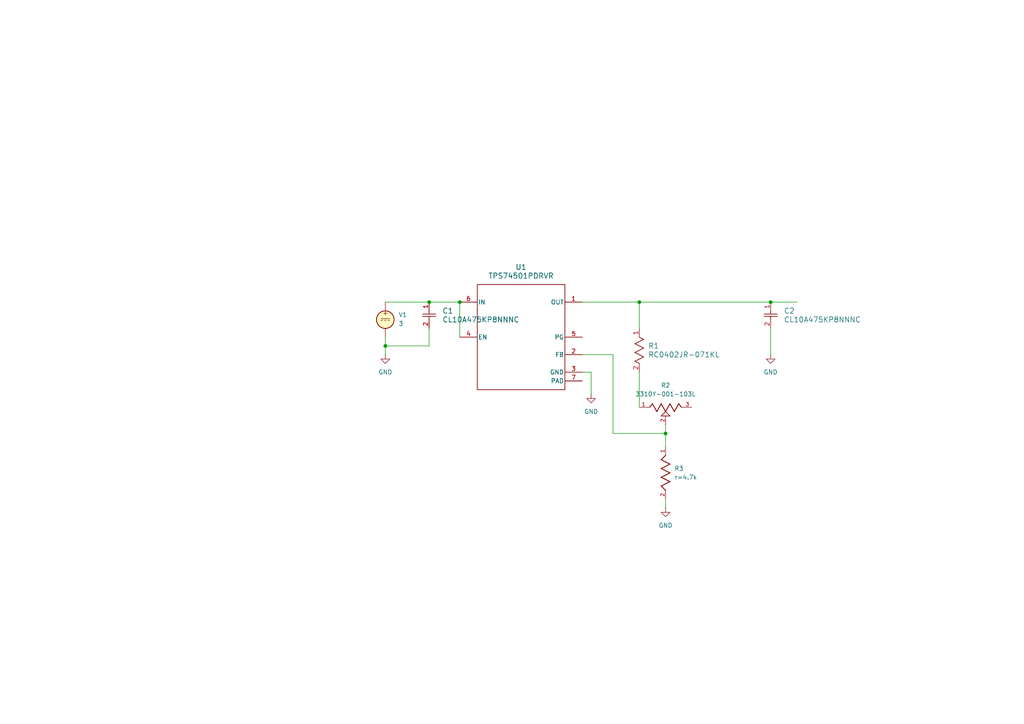
<source format=kicad_sch>
(kicad_sch (version 20231120) (generator "eeschema") (generator_version "8.0")
  (paper "A4")
  (lib_symbols
    (symbol "Cap4.7uF:CL10A475KP8NNNC" (pin_names (offset 0.254))
      (property "Reference" "C" (at 3.81 3.81 0))
      (property "Value" "CL10A475KP8NNNC" (at 3.81 -3.81 0))
      (symbol "CL10A475KP8NNNC_1_1"
        (polyline (pts (xy 2.54 0) (xy 3.4798 0)) (stroke (width 0.2032)))
        (polyline (pts (xy 3.4798 -1.905) (xy 3.4798 1.905)) (stroke (width 0.2032)))
        (polyline (pts (xy 4.1148 -1.905) (xy 4.1148 1.905)) (stroke (width 0.2032)))
        (polyline (pts (xy 4.1148 0) (xy 5.08 0)) (stroke (width 0.2032)))
        (pin unspecified line (at 0 0 0) (length 2.54) (name "") (number "1"))
        (pin unspecified line (at 7.62 0 180) (length 2.54) (name "") (number "2"))
      )
      (symbol "CL10A475KP8NNNC_1_2"
        (polyline (pts (xy -1.905 -4.1148) (xy 1.905 -4.1148)) (stroke (width 0.2032)))
        (polyline (pts (xy -1.905 -3.4798) (xy 1.905 -3.4798)) (stroke (width 0.2032)))
        (polyline (pts (xy 0 -4.1148) (xy 0 -5.08)) (stroke (width 0.2032)))
        (polyline (pts (xy 0 -2.54) (xy 0 -3.4798)) (stroke (width 0.2032)))
        (pin unspecified line (at 0 0 270) (length 2.54) (name "") (number "1"))
        (pin unspecified line (at 0 -7.62 90) (length 2.54) (name "") (number "2"))
      )
    )
    (symbol "LDO:TPS74501PDRVR" (pin_names (offset 0.254))
      (property "Reference" "U" (at 0 2.54 0))
      (property "Value" "TPS74501PDRVR" (at 0 0 0))
      (symbol "TPS74501PDRVR_0_1"
        (polyline (pts (xy -12.7 -15.24) (xy 12.7 -15.24)) (stroke (width 0.2032)))
        (polyline (pts (xy -12.7 15.24) (xy -12.7 -15.24)) (stroke (width 0.2032)))
        (polyline (pts (xy 12.7 -15.24) (xy 12.7 15.24)) (stroke (width 0.2032)))
        (polyline (pts (xy 12.7 15.24) (xy -12.7 15.24)) (stroke (width 0.2032)))
        (pin power_in line (at 17.78 10.16 180) (length 5.08) (name "OUT") (number "1"))
        (pin input line (at 17.78 -5.08 180) (length 5.08) (name "FB") (number "2"))
        (pin power_in line (at 17.78 -10.16 180) (length 5.08) (name "GND") (number "3"))
        (pin input line (at -17.78 0 0) (length 5.08) (name "EN") (number "4"))
        (pin open_collector line (at 17.78 0 180) (length 5.08) (name "PG") (number "5"))
        (pin power_in line (at -17.78 10.16 0) (length 5.08) (name "IN") (number "6"))
        (pin power_in line (at 17.78 -12.7 180) (length 5.08) (name "PAD") (number "7"))
      )
    )
    (symbol "Resistor1k:RC0402JR-071KL" (pin_names (offset 0.254))
      (property "Reference" "R" (at 5.715 3.81 0))
      (property "Value" "RC0402JR-071KL" (at 6.35 -3.81 0))
      (symbol "RC0402JR-071KL_1_1"
        (polyline (pts (xy 2.54 0) (xy 3.175 1.27)) (stroke (width 0.2032)))
        (polyline (pts (xy 3.175 1.27) (xy 4.445 -1.27)) (stroke (width 0.2032)))
        (polyline (pts (xy 4.445 -1.27) (xy 5.715 1.27)) (stroke (width 0.2032)))
        (polyline (pts (xy 5.715 1.27) (xy 6.985 -1.27)) (stroke (width 0.2032)))
        (polyline (pts (xy 6.985 -1.27) (xy 8.255 1.27)) (stroke (width 0.2032)))
        (polyline (pts (xy 8.255 1.27) (xy 9.525 -1.27)) (stroke (width 0.2032)))
        (polyline (pts (xy 9.525 -1.27) (xy 10.16 0)) (stroke (width 0.2032)))
        (pin unspecified line (at 12.7 0 180) (length 2.54) (name "") (number "1"))
        (pin unspecified line (at 0 0 0) (length 2.54) (name "") (number "2"))
      )
      (symbol "RC0402JR-071KL_1_2"
        (polyline (pts (xy -1.27 3.175) (xy 1.27 4.445)) (stroke (width 0.2032)))
        (polyline (pts (xy -1.27 5.715) (xy 1.27 6.985)) (stroke (width 0.2032)))
        (polyline (pts (xy -1.27 8.255) (xy 1.27 9.525)) (stroke (width 0.2032)))
        (polyline (pts (xy 0 2.54) (xy -1.27 3.175)) (stroke (width 0.2032)))
        (polyline (pts (xy 1.27 4.445) (xy -1.27 5.715)) (stroke (width 0.2032)))
        (polyline (pts (xy 1.27 6.985) (xy -1.27 8.255)) (stroke (width 0.2032)))
        (polyline (pts (xy 1.27 9.525) (xy 0 10.16)) (stroke (width 0.2032)))
        (pin unspecified line (at 0 12.7 270) (length 2.54) (name "") (number "1"))
        (pin unspecified line (at 0 0 90) (length 2.54) (name "") (number "2"))
      )
    )
    (symbol "Simulation_SPICE:VDC" (pin_numbers hide) (pin_names (offset 0.0254))
      (property "Reference" "V" (at 2.54 2.54 0))
      (property "Value" "1" (at 2.54 0 0))
      (symbol "VDC_0_0"
        (polyline (pts (xy -1.27 0.254) (xy 1.27 0.254)))
        (polyline (pts (xy -0.762 -0.254) (xy -1.27 -0.254)))
        (polyline (pts (xy 0.254 -0.254) (xy -0.254 -0.254)))
        (polyline (pts (xy 1.27 -0.254) (xy 0.762 -0.254)))
        (text "+" (at 0 1.905 0) (effects (font (size 1.27 1.27))))
      )
      (symbol "VDC_0_1"
        (circle (center 0 0) (radius 2.54) (stroke (width 0.254)) (fill (type background)))
      )
      (symbol "VDC_1_1"
        (pin passive line (at 0 5.08 270) (length 2.54) (name "~") (number "1"))
        (pin passive line (at 0 -5.08 90) (length 2.54) (name "~") (number "2"))
      )
    )
    (symbol "potentiometer:3310Y-001-103L" (pin_names (offset 1.016))
      (property "Reference" "R" (at -5.0895 5.0895 0))
      (property "Value" "3310Y-001-103L" (at -5.0814 2.5407 0))
      (symbol "3310Y-001-103L_0_0"
        (polyline (pts (xy -5.08 0) (xy -4.572 0)) (stroke (width 0.1524)))
        (polyline (pts (xy -4.572 0) (xy -3.81 1.016)) (stroke (width 0.254)))
        (polyline (pts (xy -3.81 1.016) (xy -2.54 -1.27)) (stroke (width 0.254)))
        (polyline (pts (xy -2.54 -1.27) (xy -1.27 1.016)) (stroke (width 0.254)))
        (polyline (pts (xy -1.27 -2.54) (xy 0 -1.27)) (stroke (width 0.2032)))
        (polyline (pts (xy -1.27 1.016) (xy 0 -1.27)) (stroke (width 0.254)))
        (polyline (pts (xy 0 -1.27) (xy 1.27 -2.54)) (stroke (width 0.2032)))
        (polyline (pts (xy 0 -1.27) (xy 1.27 1.016)) (stroke (width 0.254)))
        (polyline (pts (xy 1.27 -2.54) (xy -1.27 -2.54)) (stroke (width 0.2032)))
        (polyline (pts (xy 1.27 1.016) (xy 2.54 -1.27)) (stroke (width 0.254)))
        (polyline (pts (xy 2.54 -1.27) (xy 3.81 1.016)) (stroke (width 0.254)))
        (polyline (pts (xy 3.81 1.016) (xy 4.572 0)) (stroke (width 0.254)))
        (polyline (pts (xy 4.572 0) (xy 5.08 0)) (stroke (width 0.1524)))
        (pin passive line (at -7.62 0 0) (length 2.54) (name "~") (number "1"))
        (pin passive line (at 0 -5.08 90) (length 2.54) (name "~") (number "2"))
        (pin passive line (at 7.62 0 180) (length 2.54) (name "~") (number "3"))
      )
    )
    (symbol "power:GND" (power) (pin_numbers hide) (pin_names (offset 0) hide)
      (property "Value" "GND" (at 0 -3.81 0))
      (symbol "GND_0_1"
        (polyline (pts (xy 0 0) (xy 0 -1.27) (xy 1.27 -1.27) (xy 0 -2.54) (xy -1.27 -1.27) (xy 0 -1.27)))
      )
      (symbol "GND_1_1"
        (pin power_in line (at 0 0 270) (length 0) (name "~") (number "1"))
      )
    )
    (symbol "resistor4.7k:RC0402FR-074K7L" (pin_names (offset 1.016))
      (property "Reference" "R" (at -4.447 2.0075 0))
      (property "Value" "RC0402FR-074K7L" (at -4.4467 -3.5574 0))
      (symbol "RC0402FR-074K7L_0_0"
        (polyline (pts (xy -5.08 0) (xy -3.81 -1.27)) (stroke (width 0.254)))
        (polyline (pts (xy -3.81 -1.27) (xy -2.54 1.27)) (stroke (width 0.254)))
        (polyline (pts (xy -2.54 1.27) (xy -1.27 -1.27)) (stroke (width 0.254)))
        (polyline (pts (xy -1.27 -1.27) (xy 0 1.27)) (stroke (width 0.254)))
        (polyline (pts (xy 0 1.27) (xy 1.27 -1.27)) (stroke (width 0.254)))
        (polyline (pts (xy 1.27 -1.27) (xy 2.54 1.27)) (stroke (width 0.254)))
        (polyline (pts (xy 2.54 1.27) (xy 3.81 -1.27)) (stroke (width 0.254)))
        (polyline (pts (xy 3.81 -1.27) (xy 5.08 0)) (stroke (width 0.254)))
        (pin passive line (at -7.62 0 0) (length 2.54) (name "~") (number "1"))
        (pin passive line (at 7.62 0 180) (length 2.54) (name "~") (number "2"))
      )
    )
  )
  (junction (at 111.76 100.33))
  (junction (at 124.46 87.63))
  (junction (at 133.35 87.63))
  (junction (at 193.04 125.73))
  (junction (at 223.52 87.63))
  (junction (at 185.42 87.63))
  (wire (pts (xy 185.42 107.95) (xy 185.42 118.11)))
  (wire (pts (xy 193.04 125.73) (xy 177.8 125.73)))
  (wire (pts (xy 185.42 87.63) (xy 223.52 87.63)))
  (wire (pts (xy 168.91 87.63) (xy 185.42 87.63)))
  (wire (pts (xy 124.46 100.33) (xy 124.46 95.25)))
  (wire (pts (xy 193.04 123.19) (xy 193.04 125.73)))
  (wire (pts (xy 193.04 144.78) (xy 193.04 147.32)))
  (wire (pts (xy 185.42 87.63) (xy 185.42 95.25)))
  (wire (pts (xy 223.52 87.63) (xy 231.14 87.63)))
  (wire (pts (xy 111.76 100.33) (xy 124.46 100.33)))
  (wire (pts (xy 124.46 87.63) (xy 133.35 87.63)))
  (wire (pts (xy 111.76 87.63) (xy 124.46 87.63)))
  (wire (pts (xy 111.76 100.33) (xy 111.76 102.87)))
  (wire (pts (xy 177.8 125.73) (xy 177.8 102.87)))
  (wire (pts (xy 171.45 107.95) (xy 171.45 114.3)))
  (wire (pts (xy 223.52 95.25) (xy 223.52 102.87)))
  (wire (pts (xy 168.91 107.95) (xy 171.45 107.95)))
  (wire (pts (xy 111.76 97.79) (xy 111.76 100.33)))
  (wire (pts (xy 133.35 87.63) (xy 133.35 97.79)))
  (wire (pts (xy 193.04 125.73) (xy 193.04 129.54)))
  (wire (pts (xy 177.8 102.87) (xy 168.91 102.87)))
  (symbol (lib_id "Resistor1k:RC0402JR-071KL") (at 185.42 107.95 90) (unit 1)
    (property "Reference" "R1" (at 187.96 100.3299 90) (effects (font (size 1.524 1.524)) (justify right)))
    (property "Value" "RC0402JR-071KL" (at 187.96 102.8699 90) (effects (font (size 1.524 1.524)) (justify right)))
    (property "Footprint" "RC0402N_YAG" (effects (hide yes)))
    (property "Datasheet" "RC0402JR-071KL" (effects (hide yes)))
    (property "Sim.Device" "R" (effects (hide yes)))
    (property "Sim.Pins" "1=+ 2=-" (effects (hide yes)))
    (property "Sim.Params" "r=1k" (effects (hide yes)))
    (property "Sim.Type" "=" (effects (hide yes)))
  )
  (symbol (lib_id "power:GND") (at 111.76 102.87 0) (unit 1)
    (property "Reference" "#PWR01" (effects (hide yes)))
    (property "Value" "GND" (at 111.76 107.95 0))
    (property "Description" "Power symbol creates a global label with name \"GND\" , ground" (effects (hide yes)))
  )
  (symbol (lib_id "Cap4.7uF:CL10A475KP8NNNC") (at 124.46 87.63 270) (unit 1)
    (property "Reference" "C1" (at 128.27 90.1699 90) (effects (font (size 1.524 1.524)) (justify left)))
    (property "Value" "CL10A475KP8NNNC" (at 128.27 92.7099 90) (effects (font (size 1.524 1.524)) (justify left)))
    (property "Footprint" "CAP_0603_CL10A_1P6XP8_SAM" (effects (hide yes)))
    (property "Datasheet" "CL10A475KP8NNNC" (effects (hide yes)))
    (property "Sim.Library" "/home/maxwell/github-repos/sp-24-EE628/6_Test/2_PCB/test_board_1/TestBoardEDA/models/CL10A475KP8NNN_Precise_DC0V_25degC_P.lib" (effects (hide yes)))
    (property "Sim.Name" "CL10A475KP8NNN_Precise_DC0V_25degC" (effects (hide yes)))
    (property "Sim.Device" "SUBCKT" (effects (hide yes)))
    (property "Sim.Pins" "1=1 2=2" (effects (hide yes)))
  )
  (symbol (lib_id "resistor4.7k:RC0402FR-074K7L") (at 193.04 137.16 270) (unit 1)
    (property "Reference" "R3" (at 195.58 135.8899 90) (effects (justify left)))
    (property "Value" "${SIM.PARAMS}" (at 195.58 138.4299 90) (effects (justify left)))
    (property "Footprint" "RC0402FR-074K7L:RESC1005X40" (effects (hide yes)))
    (property "DigiKey_Part_Number" "311-4.7KLRTR-ND" (effects (hide yes)))
    (property "SnapEDA_Link" "https://www.snapeda.com/parts/RC0402FR-074K7L/Yageo/view-part/?ref=snap" (effects (hide yes)))
    (property "Description_1" "\n4.7 kOhms ±1% 0.063W, 1/16W Chip Resistor 0402 (1005 Metric) Moisture Resistant Thick Film\n" (effects (hide yes)))
    (property "Package" "1005 Panasonic Electronic Components" (effects (hide yes)))
    (property "Check_prices" "https://www.snapeda.com/parts/RC0402FR-074K7L/Yageo/view-part/?ref=eda" (effects (hide yes)))
    (property "MF" "Yageo" (effects (hide yes)))
    (property "MP" "RC0402FR-074K7L" (effects (hide yes)))
    (property "MANUFACTURER" "YAGEO" (effects (hide yes)))
    (property "Sim.Device" "R" (effects (hide yes)))
    (property "Sim.Type" "=" (effects (hide yes)))
    (property "Sim.Params" "r=4.7k" (effects (hide yes)))
    (property "Sim.Pins" "1=+ 2=-" (effects (hide yes)))
  )
  (symbol (lib_id "power:GND") (at 223.52 102.87 0) (unit 1)
    (property "Reference" "#PWR02" (effects (hide yes)))
    (property "Value" "GND" (at 223.52 107.95 0))
    (property "Description" "Power symbol creates a global label with name \"GND\" , ground" (effects (hide yes)))
  )
  (symbol (lib_id "power:GND") (at 171.45 114.3 0) (unit 1)
    (property "Reference" "#PWR03" (effects (hide yes)))
    (property "Value" "GND" (at 171.45 119.38 0))
    (property "Description" "Power symbol creates a global label with name \"GND\" , ground" (effects (hide yes)))
  )
  (symbol (lib_id "LDO:TPS74501PDRVR") (at 151.13 97.79 0) (unit 1)
    (property "Reference" "U1" (at 151.13 77.47 0) (effects (font (size 1.524 1.524))))
    (property "Value" "TPS74501PDRVR" (at 151.13 80.01 0) (effects (font (size 1.524 1.524))))
    (property "Footprint" "DRV0006A" (effects (hide yes)))
    (property "Datasheet" "TPS74501PDRVR" (effects (hide yes)))
    (property "Sim.Library" "/home/maxwell/github-repos/sp-24-EE628/6_Test/2_PCB/test_board_1/TestBoardEDA/models/TPS74501P_TRANS.lib" (effects (hide yes)))
    (property "Sim.Name" "TPS74501P_TRANS" (effects (hide yes)))
    (property "Sim.Device" "SUBCKT" (effects (hide yes)))
    (property "Sim.Pins" "1=VOUT 2=FB 3=GND 4=EN 5=PG 6=VIN" (effects (hide yes)))
  )
  (symbol (lib_id "potentiometer:3310Y-001-103L") (at 193.04 118.11 0) (unit 1)
    (property "Reference" "R2" (at 193.04 111.76 0))
    (property "Value" "3310Y-001-103L" (at 193.04 114.3 0))
    (property "Footprint" "3310Y-001-103L:TRIM_3310Y-001-103L" (effects (hide yes)))
    (property "STANDARD" "IPC 7351B" (effects (hide yes)))
    (property "MANUFACTURER" "BOURNS" (effects (hide yes)))
    (property "Sim.Device" "R" (effects (hide yes)))
    (property "Sim.Pins" "1=+ 2=-" (effects (hide yes)))
    (property "Sim.Params" "r=0" (effects (hide yes)))
  )
  (symbol (lib_id "Cap4.7uF:CL10A475KP8NNNC") (at 223.52 87.63 270) (unit 1)
    (property "Reference" "C2" (at 227.33 90.1699 90) (effects (font (size 1.524 1.524)) (justify left)))
    (property "Value" "CL10A475KP8NNNC" (at 227.33 92.7099 90) (effects (font (size 1.524 1.524)) (justify left)))
    (property "Footprint" "CAP_0603_CL10A_1P6XP8_SAM" (effects (hide yes)))
    (property "Datasheet" "CL10A475KP8NNNC" (effects (hide yes)))
    (property "Sim.Library" "/home/maxwell/github-repos/sp-24-EE628/6_Test/2_PCB/test_board_1/TestBoardEDA/models/CL10A475KP8NNN_Precise_DC0V_25degC_P.lib" (effects (hide yes)))
    (property "Sim.Name" "CL10A475KP8NNN_Precise_DC0V_25degC" (effects (hide yes)))
    (property "Sim.Device" "SUBCKT" (effects (hide yes)))
    (property "Sim.Pins" "1=1 2=2" (effects (hide yes)))
  )
  (symbol (lib_id "power:GND") (at 193.04 147.32 0) (unit 1)
    (property "Reference" "#PWR04" (effects (hide yes)))
    (property "Value" "GND" (at 193.04 152.4 0))
    (property "Description" "Power symbol creates a global label with name \"GND\" , ground" (effects (hide yes)))
  )
  (symbol (lib_id "Simulation_SPICE:VDC") (at 111.76 92.71 0) (unit 1)
    (property "Reference" "V1" (at 115.57 91.3101 0) (effects (justify left)))
    (property "Value" "3" (at 115.57 93.8501 0) (effects (justify left)))
    (property "Datasheet" "https://ngspice.sourceforge.io/docs/ngspice-html-manual/manual.xhtml#sec_Independent_Sources_for" (effects (hide yes)))
    (property "Description" "Voltage source, DC" (effects (hide yes)))
    (property "Sim.Pins" "1=+ 2=-" (effects (hide yes)))
    (property "Sim.Type" "DC" (effects (hide yes)))
    (property "Sim.Device" "V" (effects (hide yes)))
  )
)
</source>
